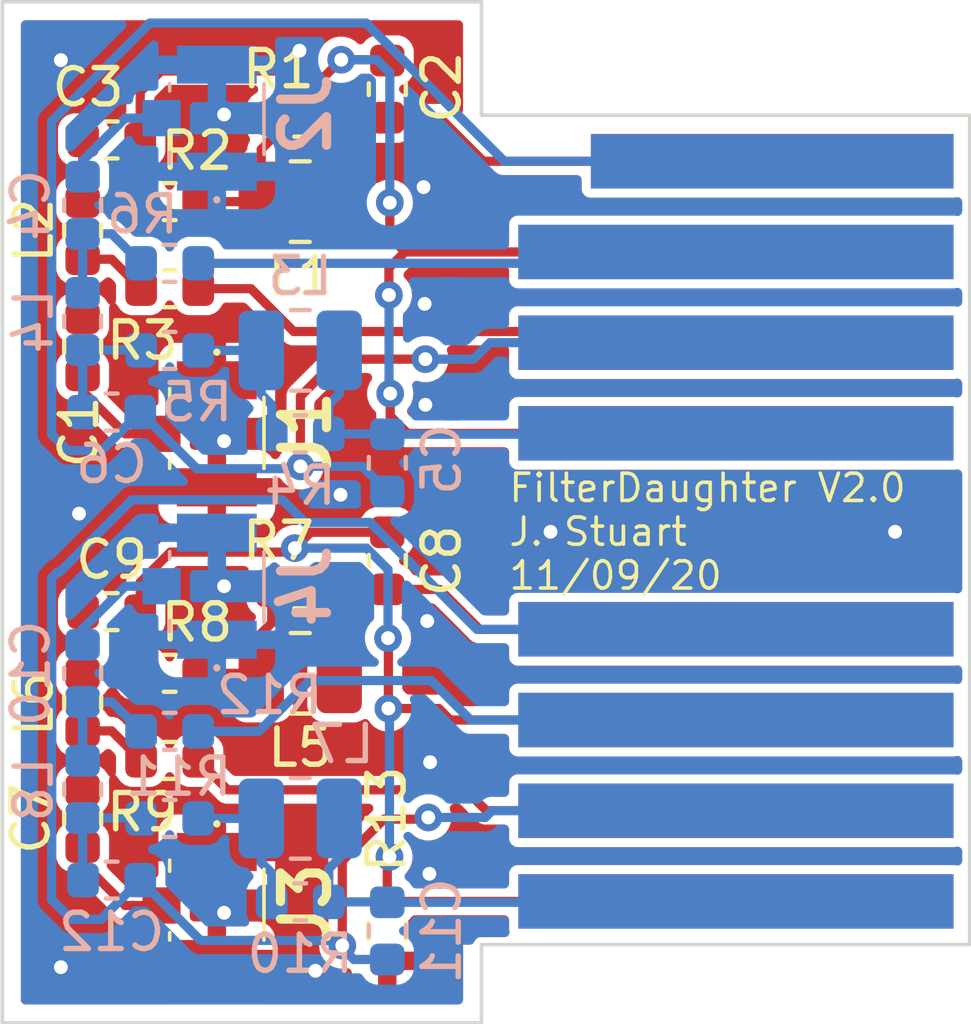
<source format=kicad_pcb>
(kicad_pcb (version 20211014) (generator pcbnew)
  (layers (0 "F.Cu" signal) (1 "In1.Cu" power) (2 "In2.Cu" power) (31 "B.Cu" signal) (34 "B.Paste" user) (35 "F.Paste" user) (36 "B.SilkS" user "B.Silkscreen") (37 "F.SilkS" user "F.Silkscreen") (38 "B.Mask" user) (39 "F.Mask" user) (44 "Edge.Cuts" user))
  (net 0 "")
  (net 1 "Net-(C1-Pad2)")
  (net 2 "Net-(C1-Pad1)")
  (net 3 "GND")
  (net 4 "/Z_IN_1")
  (net 5 "Net-(C3-Pad1)")
  (net 6 "Net-(C4-Pad1)")
  (net 7 "Net-(C4-Pad2)")
  (net 8 "/Z_IN_2")
  (net 9 "Net-(C6-Pad1)")
  (net 10 "Net-(C7-Pad1)")
  (net 11 "Net-(C7-Pad2)")
  (net 12 "/Z_IN_3")
  (net 13 "Net-(C9-Pad1)")
  (net 14 "Net-(C10-Pad1)")
  (net 15 "Net-(C10-Pad2)")
  (net 16 "/Z_IN_4")
  (net 17 "Net-(C12-Pad1)")
  (net 18 "Net-(L1-Pad2)")
  (net 19 "Net-(L3-Pad2)")
  (net 20 "Net-(L5-Pad2)")
  (net 21 "Net-(L7-Pad2)")
  (net 22 "/Z_OUT_1")
  (net 23 "/Z_OUT_2")
  (net 24 "/Z_OUT_3")
  (net 25 "/Z_OUT_4")
  (net 26 "Net-(C2-Pad2)")
  (net 27 "Net-(U1-Pad11)")
  (net 28 "Net-(C8-Pad2)")
  (net 29 "Net-(C11-Pad2)")
  (footprint "Capacitor_SMD:C_0603_1608Metric" (layer "F.Cu") (at 85.6 132.9 90)
    (fp_text reference "C1" (at -2.35 -0.1 90) (layer "F.SilkS"))
    (fp_text value "C")
    (fp_line (start -0.162779 -0.51) (end 0.162779 -0.51) (layer "F.SilkS") (width 0.12))
    (fp_line (start -0.162779 0.51) (end 0.162779 0.51) (layer "F.SilkS") (width 0.12))
    (pad "1" smd roundrect locked (at -0.7875 0 90) (size 0.875 0.95) (layers "F.Cu" "F.Paste" "F.Mask") (net 2 "Net-(C1-Pad1)"))
    (pad "2" smd roundrect locked (at 0.7875 0 90) (size 0.875 0.95) (layers "F.Cu" "F.Paste" "F.Mask") (net 1 "Net-(C1-Pad2)"))
  )
  (footprint "Capacitor_SMD:C_0603_1608Metric" (layer "F.Cu") (at 94 125.8 90)
    (fp_text reference "C2" (at 0.05 1.5 90) (layer "F.SilkS"))
    (fp_text value "C")
    (fp_line (start -0.162779 -0.51) (end 0.162779 -0.51) (layer "F.SilkS") (width 0.12))
    (fp_line (start -0.162779 0.51) (end 0.162779 0.51) (layer "F.SilkS") (width 0.12))
    (pad "1" smd roundrect locked (at -0.7875 0 90) (size 0.875 0.95) (layers "F.Cu" "F.Paste" "F.Mask") (net 4 "/Z_IN_1"))
    (pad "2" smd roundrect locked (at 0.7875 0 90) (size 0.875 0.95) (layers "F.Cu" "F.Paste" "F.Mask") (net 26 "Net-(C2-Pad2)"))
  )
  (footprint "Capacitor_SMD:C_0603_1608Metric" (layer "F.Cu") (at 86.4 127.2)
    (fp_text reference "C3" (at -0.65 -1.45) (layer "F.SilkS"))
    (fp_text value "C")
    (fp_line (start -0.162779 0.51) (end 0.162779 0.51) (layer "F.SilkS") (width 0.12))
    (fp_line (start -0.162779 -0.51) (end 0.162779 -0.51) (layer "F.SilkS") (width 0.12))
    (pad "1" smd roundrect locked (at -0.7875 0) (size 0.875 0.95) (layers "F.Cu" "F.Paste" "F.Mask") (net 5 "Net-(C3-Pad1)"))
    (pad "2" smd roundrect locked (at 0.7875 0) (size 0.875 0.95) (layers "F.Cu" "F.Paste" "F.Mask") (net 26 "Net-(C2-Pad2)"))
  )
  (footprint "Capacitor_SMD:C_0603_1608Metric" (layer "F.Cu") (at 85.6 145.9 90)
    (fp_text reference "C7" (at 0 -1.43 90) (layer "F.SilkS"))
    (fp_text value "C")
    (fp_line (start -0.162779 -0.51) (end 0.162779 -0.51) (layer "F.SilkS") (width 0.12))
    (fp_line (start -0.162779 0.51) (end 0.162779 0.51) (layer "F.SilkS") (width 0.12))
    (pad "1" smd roundrect locked (at -0.7875 0 90) (size 0.875 0.95) (layers "F.Cu" "F.Paste" "F.Mask") (net 10 "Net-(C7-Pad1)"))
    (pad "2" smd roundrect locked (at 0.7875 0 90) (size 0.875 0.95) (layers "F.Cu" "F.Paste" "F.Mask") (net 11 "Net-(C7-Pad2)"))
  )
  (footprint "Capacitor_SMD:C_0603_1608Metric" (layer "F.Cu") (at 94 138.8 90)
    (fp_text reference "C8" (at 0 1.5 90) (layer "F.SilkS"))
    (fp_text value "C")
    (fp_line (start -0.162779 -0.51) (end 0.162779 -0.51) (layer "F.SilkS") (width 0.12))
    (fp_line (start -0.162779 0.51) (end 0.162779 0.51) (layer "F.SilkS") (width 0.12))
    (pad "1" smd roundrect locked (at -0.7875 0 90) (size 0.875 0.95) (layers "F.Cu" "F.Paste" "F.Mask") (net 12 "/Z_IN_3"))
    (pad "2" smd roundrect locked (at 0.7875 0 90) (size 0.875 0.95) (layers "F.Cu" "F.Paste" "F.Mask") (net 28 "Net-(C8-Pad2)"))
  )
  (footprint "Capacitor_SMD:C_0603_1608Metric" (layer "F.Cu") (at 86.4 140.2)
    (fp_text reference "C9" (at 0 -1.43) (layer "F.SilkS"))
    (fp_text value "C")
    (fp_line (start -0.162779 -0.51) (end 0.162779 -0.51) (layer "F.SilkS") (width 0.12))
    (fp_line (start -0.162779 0.51) (end 0.162779 0.51) (layer "F.SilkS") (width 0.12))
    (pad "1" smd roundrect locked (at -0.7875 0) (size 0.875 0.95) (layers "F.Cu" "F.Paste" "F.Mask") (net 13 "Net-(C9-Pad1)"))
    (pad "2" smd roundrect locked (at 0.7875 0) (size 0.875 0.95) (layers "F.Cu" "F.Paste" "F.Mask") (net 28 "Net-(C8-Pad2)"))
  )
  (footprint "ElectrodeFilterAdapters:UFLRSMT10" (layer "F.Cu") (at 89.3 135.3 -90)
    (fp_text reference "J1" (at -0.05 -2.45 90) (layer "F.SilkS") (effects (font (size 1.27 1.27) (thickness 0.254))))
    (fp_text value "U.FL-R-SMT_10_" hide)
    (fp_line (start -1 -1.3) (end 0.952 -1.3) (layer "F.SilkS") (width 0.1))
    (fp_line (start 0.75 1.3) (end 0.952 1.3) (layer "F.SilkS") (width 0.1))
    (fp_line (start -2.2 0) (end -2.2 0) (layer "F.SilkS") (width 0.1))
    (fp_line (start -2.3 0) (end -2.3 0) (layer "F.SilkS") (width 0.1))
    (fp_line (start -0.943 1.3) (end -1.25 1.3) (layer "F.SilkS") (width 0.1))
    (fp_arc (start -2.3 0) (mid -2.25 -0.05) (end -2.2 0) (layer "F.SilkS") (width 0.1))
    (fp_arc (start -2.2 0) (mid -2.25 0.05) (end -2.3 0) (layer "F.SilkS") (width 0.1))
    (pad "1" smd rect locked (at -1.475 0 270) (size 1.05 2.2) (layers "F.Cu" "F.Paste" "F.Mask") (net 3 "GND"))
    (pad "2" smd rect locked (at 1.475 0 270) (size 1.05 2.2) (layers "F.Cu" "F.Paste" "F.Mask") (net 3 "GND"))
    (pad "3" smd rect locked (at 0 1.525 270) (size 1 1.05) (layers "F.Cu" "F.Paste" "F.Mask") (net 2 "Net-(C1-Pad1)"))
  )
  (footprint "ElectrodeFilterAdapters:UFLRSMT10" (layer "F.Cu") (at 89.3 148.3 -90)
    (fp_text reference "J3" (at -0.05 -2.45 90) (layer "F.SilkS") (effects (font (size 1.27 1.27) (thickness 0.254))))
    (fp_text value "U.FL-R-SMT_10_" hide)
    (fp_line (start 0.75 1.3) (end 0.952 1.3) (layer "F.SilkS") (width 0.1))
    (fp_line (start -0.943 1.3) (end -1.25 1.3) (layer "F.SilkS") (width 0.1))
    (fp_line (start -2.3 0) (end -2.3 0) (layer "F.SilkS") (width 0.1))
    (fp_line (start -2.2 0) (end -2.2 0) (layer "F.SilkS") (width 0.1))
    (fp_line (start -1 -1.3) (end 0.952 -1.3) (layer "F.SilkS") (width 0.1))
    (fp_arc (start -2.2 0) (mid -2.25 0.05) (end -2.3 0) (layer "F.SilkS") (width 0.1))
    (fp_arc (start -2.3 0) (mid -2.25 -0.05) (end -2.2 0) (layer "F.SilkS") (width 0.1))
    (pad "1" smd rect locked (at -1.475 0 270) (size 1.05 2.2) (layers "F.Cu" "F.Paste" "F.Mask") (net 3 "GND"))
    (pad "2" smd rect locked (at 1.475 0 270) (size 1.05 2.2) (layers "F.Cu" "F.Paste" "F.Mask") (net 3 "GND"))
    (pad "3" smd rect locked (at 0 1.525 270) (size 1 1.05) (layers "F.Cu" "F.Paste" "F.Mask") (net 10 "Net-(C7-Pad1)"))
  )
  (footprint "Inductor_SMD:L_1008_2520Metric" (layer "F.Cu") (at 91.6 128.9 180)
    (fp_text reference "L1" (at 0 -2.05) (layer "F.SilkS"))
    (fp_text value "L")
    (fp_line (start -0.261252 1.11) (end 0.261252 1.11) (layer "F.SilkS") (width 0.12))
    (fp_line (start -0.261252 -1.11) (end 0.261252 -1.11) (layer "F.SilkS") (width 0.12))
    (pad "1" smd roundrect locked (at -1.075 0 180) (size 1.25 2.2) (layers "F.Cu" "F.Paste" "F.Mask") (roundrect_rratio 0.2) (net 4 "/Z_IN_1"))
    (pad "2" smd roundrect locked (at 1.075 0 180) (size 1.25 2.2) (layers "F.Cu" "F.Paste" "F.Mask") (roundrect_rratio 0.2) (net 18 "Net-(L1-Pad2)"))
  )
  (footprint "Inductor_SMD:L_0603_1608Metric" (layer "F.Cu") (at 85.6 129.7 -90)
    (fp_text reference "L2" (at 0 1.35 90) (layer "F.SilkS"))
    (fp_text value "L")
    (fp_line (start -0.162779 0.51) (end 0.162779 0.51) (layer "F.SilkS") (width 0.12))
    (fp_line (start -0.162779 -0.51) (end 0.162779 -0.51) (layer "F.SilkS") (width 0.12))
    (pad "1" smd roundrect locked (at -0.7875 0 270) (size 0.875 0.95) (layers "F.Cu" "F.Paste" "F.Mask") (net 5 "Net-(C3-Pad1)"))
    (pad "2" smd roundrect locked (at 0.7875 0 270) (size 0.875 0.95) (layers "F.Cu" "F.Paste" "F.Mask") (net 1 "Net-(C1-Pad2)"))
  )
  (footprint "Inductor_SMD:L_1008_2520Metric" (layer "F.Cu") (at 91.6 141.9 180)
    (fp_text reference "L5" (at 0 -2.05) (layer "F.SilkS"))
    (fp_text value "L")
    (fp_line (start -0.261252 1.11) (end 0.261252 1.11) (layer "F.SilkS") (width 0.12))
    (fp_line (start -0.261252 -1.11) (end 0.261252 -1.11) (layer "F.SilkS") (width 0.12))
    (pad "1" smd roundrect locked (at -1.075 0 180) (size 1.25 2.2) (layers "F.Cu" "F.Paste" "F.Mask") (roundrect_rratio 0.2) (net 12 "/Z_IN_3"))
    (pad "2" smd roundrect locked (at 1.075 0 180) (size 1.25 2.2) (layers "F.Cu" "F.Paste" "F.Mask") (roundrect_rratio 0.2) (net 20 "Net-(L5-Pad2)"))
  )
  (footprint "Inductor_SMD:L_0603_1608Metric" (layer "F.Cu") (at 85.6 142.7 -90)
    (fp_text reference "L6" (at 0.05 1.35 90) (layer "F.SilkS"))
    (fp_text value "L")
    (fp_line (start -0.162779 -0.51) (end 0.162779 -0.51) (layer "F.SilkS") (width 0.12))
    (fp_line (start -0.162779 0.51) (end 0.162779 0.51) (layer "F.SilkS") (width 0.12))
    (pad "1" smd roundrect locked (at -0.7875 0 270) (size 0.875 0.95) (layers "F.Cu" "F.Paste" "F.Mask") (net 13 "Net-(C9-Pad1)"))
    (pad "2" smd roundrect locked (at 0.7875 0 270) (size 0.875 0.95) (layers "F.Cu" "F.Paste" "F.Mask") (net 11 "Net-(C7-Pad2)"))
  )
  (footprint "Resistor_SMD:R_0603_1608Metric" (layer "F.Cu") (at 91.6 126.6)
    (fp_text reference "R1" (at -0.6 -1.35) (layer "F.SilkS"))
    (fp_text value "R")
    (fp_line (start -0.162779 -0.51) (end 0.162779 -0.51) (layer "F.SilkS") (width 0.12))
    (fp_line (start -0.162779 0.51) (end 0.162779 0.51) (layer "F.SilkS") (width 0.12))
    (pad "1" smd roundrect locked (at -0.7875 0) (size 0.875 0.95) (layers "F.Cu" "F.Paste" "F.Mask") (net 18 "Net-(L1-Pad2)"))
    (pad "2" smd roundrect locked (at 0.7875 0) (size 0.875 0.95) (layers "F.Cu" "F.Paste" "F.Mask") (net 4 "/Z_IN_1"))
  )
  (footprint "Resistor_SMD:R_0603_1608Metric" (layer "F.Cu") (at 88 128.9)
    (fp_text reference "R2" (at 0.75 -1.4) (layer "F.SilkS"))
    (fp_text value "R")
    (fp_line (start -0.162779 -0.51) (end 0.162779 -0.51) (layer "F.SilkS") (width 0.12))
    (fp_line (start -0.162779 0.51) (end 0.162779 0.51) (layer "F.SilkS") (width 0.12))
    (pad "1" smd roundrect locked (at -0.7875 0) (size 0.875 0.95) (layers "F.Cu" "F.Paste" "F.Mask") (net 5 "Net-(C3-Pad1)"))
    (pad "2" smd roundrect locked (at 0.7875 0) (size 0.875 0.95) (layers "F.Cu" "F.Paste" "F.Mask") (net 18 "Net-(L1-Pad2)"))
  )
  (footprint "Resistor_SMD:R_0603_1608Metric" (layer "F.Cu") (at 88 131.3 180)
    (fp_text reference "R3" (at 0.75 -1.43) (layer "F.SilkS"))
    (fp_text value "R")
    (fp_line (start -0.162779 0.51) (end 0.162779 0.51) (layer "F.SilkS") (width 0.12))
    (fp_line (start -0.162779 -0.51) (end 0.162779 -0.51) (layer "F.SilkS") (width 0.12))
    (pad "1" smd roundrect locked (at -0.7875 0 180) (size 0.875 0.95) (layers "F.Cu" "F.Paste" "F.Mask") (net 22 "/Z_OUT_1"))
    (pad "2" smd roundrect locked (at 0.7875 0 180) (size 0.875 0.95) (layers "F.Cu" "F.Paste" "F.Mask") (net 1 "Net-(C1-Pad2)"))
  )
  (footprint "Resistor_SMD:R_0603_1608Metric" (layer "F.Cu") (at 91.6 139.6)
    (fp_text reference "R7" (at -0.6 -1.35) (layer "F.SilkS"))
    (fp_text value "R")
    (fp_line (start -0.162779 0.51) (end 0.162779 0.51) (layer "F.SilkS") (width 0.12))
    (fp_line (start -0.162779 -0.51) (end 0.162779 -0.51) (layer "F.SilkS") (width 0.12))
    (pad "1" smd roundrect locked (at -0.7875 0) (size 0.875 0.95) (layers "F.Cu" "F.Paste" "F.Mask") (net 20 "Net-(L5-Pad2)"))
    (pad "2" smd roundrect locked (at 0.7875 0) (size 0.875 0.95) (layers "F.Cu" "F.Paste" "F.Mask") (net 12 "/Z_IN_3"))
  )
  (footprint "Resistor_SMD:R_0603_1608Metric" (layer "F.Cu") (at 88 141.9)
    (fp_text reference "R8" (at 0.75 -1.4) (layer "F.SilkS"))
    (fp_text value "R")
    (fp_line (start -0.162779 0.51) (end 0.162779 0.51) (layer "F.SilkS") (width 0.12))
    (fp_line (start -0.162779 -0.51) (end 0.162779 -0.51) (layer "F.SilkS") (width 0.12))
    (pad "1" smd roundrect locked (at -0.7875 0) (size 0.875 0.95) (layers "F.Cu" "F.Paste" "F.Mask") (net 13 "Net-(C9-Pad1)"))
    (pad "2" smd roundrect locked (at 0.7875 0) (size 0.875 0.95) (layers "F.Cu" "F.Paste" "F.Mask") (net 20 "Net-(L5-Pad2)"))
  )
  (footprint "Resistor_SMD:R_0603_1608Metric" (layer "F.Cu") (at 88 144.3 180)
    (fp_text reference "R9" (at 0.75 -1.43) (layer "F.SilkS"))
    (fp_text value "R")
    (fp_line (start -0.162779 -0.51) (end 0.162779 -0.51) (layer "F.SilkS") (width 0.12))
    (fp_line (start -0.162779 0.51) (end 0.162779 0.51) (layer "F.SilkS") (width 0.12))
    (pad "1" smd roundrect locked (at -0.7875 0 180) (size 0.875 0.95) (layers "F.Cu" "F.Paste" "F.Mask") (net 24 "/Z_OUT_3"))
    (pad "2" smd roundrect locked (at 0.7875 0 180) (size 0.875 0.95) (layers "F.Cu" "F.Paste" "F.Mask") (net 11 "Net-(C7-Pad2)"))
  )
  (footprint "ElectrodeFilterAdapters:CardEdge" (layer "F.Cu") (at 97.6122 127.7874)
    (fp_text reference "U1" hide)
    (fp_text value "CardEdge")
    (pad "1" smd rect locked (at 7 0) (size 10 1.5) (layers "F.Cu" "F.Paste" "F.Mask" "Eco1.User") (net 4 "/Z_IN_1"))
    (pad "2" smd rect locked (at 6 2.5) (size 11.999999 1.5) (layers "F.Cu" "F.Paste" "F.Mask" "Eco1.User") (net 26 "Net-(C2-Pad2)"))
    (pad "3" smd rect locked (at 6 5) (size 11.999999 1.5) (layers "F.Cu" "F.Paste" "F.Mask" "Eco1.User") (net 22 "/Z_OUT_1"))
    (pad "4" smd rect locked (at 6 7.5) (size 11.999999 1.5) (layers "F.Cu" "F.Paste" "F.Mask" "Eco1.User") (net 26 "Net-(C2-Pad2)"))
    (pad "5" smd rect locked (at 6 12.9) (size 11.999999 1.5) (layers "F.Cu" "F.Paste" "F.Mask" "Eco1.User") (net 12 "/Z_IN_3"))
    (pad "6" smd rect locked (at 6 15.4) (size 11.999999 1.5) (layers "F.Cu" "F.Paste" "F.Mask" "Eco1.User") (net 28 "Net-(C8-Pad2)"))
    (pad "7" smd rect locked (at 6 17.9) (size 11.999999 1.5) (layers "F.Cu" "F.Paste" "F.Mask" "Eco1.User") (net 24 "/Z_OUT_3"))
    (pad "8" smd rect locked (at 6 20.4) (size 11.999999 1.5) (layers "F.Cu" "F.Paste" "F.Mask" "Eco1.User") (net 28 "Net-(C8-Pad2)"))
    (pad "9" smd rect locked (at 7 0) (size 10 1.5) (layers "B.Cu" "B.Paste" "B.Mask" "Eco2.User") (net 27 "Net-(U1-Pad11)"))
    (pad "10" smd rect locked (at 6 2.5) (size 11.999999 1.5) (layers "B.Cu" "B.Paste" "B.Mask" "Eco2.User") (net 23 "/Z_OUT_2"))
    (pad "11" smd rect locked (at 6 5) (size 11.999999 1.5) (layers "B.Cu" "B.Paste" "B.Mask" "Eco2.User") (net 27 "Net-(U1-Pad11)"))
    (pad "12" smd rect locked (at 6 7.5) (size 11.999999 1.5) (layers "B.Cu" "B.Paste" "B.Mask" "Eco2.User") (net 8 "/Z_IN_2"))
    (pad "13" smd rect locked (at 6 12.9) (size 11.999999 1.5) (layers "B.Cu" "B.Paste" "B.Mask" "Eco2.User") (net 29 "Net-(C11-Pad2)"))
    (pad "14" smd rect locked (at 6 15.4) (size 11.999999 1.5) (layers "B.Cu" "B.Paste" "B.Mask" "Eco2.User") (net 25 "/Z_OUT_4"))
    (pad "15" smd rect locked (at 6 17.9) (size 11.999999 1.5) (layers "B.Cu" "B.Paste" "B.Mask" "Eco2.User") (net 29 "Net-(C11-Pad2)"))
    (pad "16" smd rect locked (at 6 20.4) (size 11.999999 1.5) (layers "B.Cu" "B.Paste" "B.Mask" "Eco2.User") (net 16 "/Z_IN_4"))
  )
  (footprint "Resistor_SMD:R_0603_1608Metric" (layer "F.Cu") (at 94 149 90)
    (fp_text reference "R13" (at 3.077 -0.02 90) (layer "F.SilkS"))
    (fp_text value "R")
    (fp_line (start -0.237258 0.5225) (end 0.237258 0.5225) (layer "F.SilkS") (width 0.12))
    (fp_line (start -0.237258 -0.5225) (end 0.237258 -0.5225) (layer "F.SilkS") (width 0.12))
    (pad "1" smd roundrect (at -0.825 0 90) (size 0.8 0.95) (layers "F.Cu" "F.Paste" "F.Mask") (net 3 "GND"))
    (pad "2" smd roundrect (at 0.825 0 90) (size 0.8 0.95) (layers "F.Cu" "F.Paste" "F.Mask") (net 28 "Net-(C8-Pad2)"))
  )
  (footprint "Capacitor_SMD:C_0603_1608Metric" (layer "B.Cu") (at 85.6 129 -90)
    (fp_text reference "C4" (at 0 1.43 90) (layer "B.SilkS") (effects (justify mirror)))
    (fp_text value "C")
    (fp_line (start -0.162779 -0.51) (end 0.162779 -0.51) (layer "B.SilkS") (width 0.12))
    (fp_line (start -0.162779 0.51) (end 0.162779 0.51) (layer "B.SilkS") (width 0.12))
    (pad "1" smd roundrect locked (at -0.7875 0 270) (size 0.875 0.95) (layers "B.Cu" "B.Paste" "B.Mask") (net 6 "Net-(C4-Pad1)"))
    (pad "2" smd roundrect locked (at 0.7875 0 270) (size 0.875 0.95) (layers "B.Cu" "B.Paste" "B.Mask") (net 7 "Net-(C4-Pad2)"))
  )
  (footprint "Capacitor_SMD:C_0603_1608Metric" (layer "B.Cu") (at 94 136.1 -90)
    (fp_text reference "C5" (at -0.1 -1.5 90) (layer "B.SilkS") (effects (justify mirror)))
    (fp_text value "C")
    (fp_line (start -0.162779 0.51) (end 0.162779 0.51) (layer "B.SilkS") (width 0.12))
    (fp_line (start -0.162779 -0.51) (end 0.162779 -0.51) (layer "B.SilkS") (width 0.12))
    (pad "1" smd roundrect locked (at -0.7875 0 270) (size 0.875 0.95) (layers "B.Cu" "B.Paste" "B.Mask") (net 8 "/Z_IN_2"))
    (pad "2" smd roundrect locked (at 0.7875 0 270) (size 0.875 0.95) (layers "B.Cu" "B.Paste" "B.Mask") (net 27 "Net-(U1-Pad11)"))
  )
  (footprint "Capacitor_SMD:C_0603_1608Metric" (layer "B.Cu") (at 86.4 134.7)
    (fp_text reference "C6" (at 0 1.43) (layer "B.SilkS") (effects (justify mirror)))
    (fp_text value "C")
    (fp_line (start -0.162779 0.51) (end 0.162779 0.51) (layer "B.SilkS") (width 0.12))
    (fp_line (start -0.162779 -0.51) (end 0.162779 -0.51) (layer "B.SilkS") (width 0.12))
    (pad "1" smd roundrect locked (at -0.7875 0) (size 0.875 0.95) (layers "B.Cu" "B.Paste" "B.Mask") (net 9 "Net-(C6-Pad1)"))
    (pad "2" smd roundrect locked (at 0.7875 0) (size 0.875 0.95) (layers "B.Cu" "B.Paste" "B.Mask") (net 27 "Net-(U1-Pad11)"))
  )
  (footprint "Capacitor_SMD:C_0603_1608Metric" (layer "B.Cu") (at 85.6 141.9 -90)
    (fp_text reference "C10" (at 0 1.43 90) (layer "B.SilkS") (effects (justify mirror)))
    (fp_text value "C")
    (fp_line (start -0.162779 0.51) (end 0.162779 0.51) (layer "B.SilkS") (width 0.12))
    (fp_line (start -0.162779 -0.51) (end 0.162779 -0.51) (layer "B.SilkS") (width 0.12))
    (pad "1" smd roundrect locked (at -0.7875 0 270) (size 0.875 0.95) (layers "B.Cu" "B.Paste" "B.Mask") (net 14 "Net-(C10-Pad1)"))
    (pad "2" smd roundrect locked (at 0.7875 0 270) (size 0.875 0.95) (layers "B.Cu" "B.Paste" "B.Mask") (net 15 "Net-(C10-Pad2)"))
  )
  (footprint "Capacitor_SMD:C_0603_1608Metric" (layer "B.Cu") (at 94 149 -90)
    (fp_text reference "C11" (at 0 -1.5 90) (layer "B.SilkS") (effects (justify mirror)))
    (fp_text value "C")
    (fp_line (start -0.162779 0.51) (end 0.162779 0.51) (layer "B.SilkS") (width 0.12))
    (fp_line (start -0.162779 -0.51) (end 0.162779 -0.51) (layer "B.SilkS") (width 0.12))
    (pad "1" smd roundrect locked (at -0.7875 0 270) (size 0.875 0.95) (layers "B.Cu" "B.Paste" "B.Mask") (net 16 "/Z_IN_4"))
    (pad "2" smd roundrect locked (at 0.7875 0 270) (size 0.875 0.95) (layers "B.Cu" "B.Paste" "B.Mask") (net 29 "Net-(C11-Pad2)"))
  )
  (footprint "Capacitor_SMD:C_0603_1608Metric" (layer "B.Cu") (at 86.4 147.6)
    (fp_text reference "C12" (at 0 1.43) (layer "B.SilkS") (effects (justify mirror)))
    (fp_text value "C")
    (fp_line (start -0.162779 -0.51) (end 0.162779 -0.51) (layer "B.SilkS") (width 0.12))
    (fp_line (start -0.162779 0.51) (end 0.162779 0.51) (layer "B.SilkS") (width 0.12))
    (pad "1" smd roundrect locked (at -0.7875 0) (size 0.875 0.95) (layers "B.Cu" "B.Paste" "B.Mask") (net 17 "Net-(C12-Pad1)"))
    (pad "2" smd roundrect locked (at 0.7875 0) (size 0.875 0.95) (layers "B.Cu" "B.Paste" "B.Mask") (net 29 "Net-(C11-Pad2)"))
  )
  (footprint "ElectrodeFilterAdapters:UFLRSMT10" (layer "B.Cu") (at 89.3 126.6 90)
    (fp_text reference "J2" (at 0.1 2.45 90) (layer "B.SilkS") (effects (font (size 1.27 1.27) (thickness 0.254)) (justify mirror)))
    (fp_text value "U.FL-R-SMT_10_" hide)
    (fp_line (start -2.2 0) (end -2.2 0) (layer "B.SilkS") (width 0.1))
    (fp_line (start -1 1.3) (end 0.952 1.3) (layer "B.SilkS") (width 0.1))
    (fp_line (start -2.3 0) (end -2.3 0) (layer "B.SilkS") (width 0.1))
    (fp_line (start -0.943 -1.3) (end -1.25 -1.3) (layer "B.SilkS") (width 0.1))
    (fp_line (start 0.75 -1.3) (end 0.952 -1.3) (layer "B.SilkS") (width 0.1))
    (fp_arc (start -2.2 0) (mid -2.25 0.05) (end -2.3 0) (layer "B.SilkS") (width 0.1))
    (fp_arc (start -2.3 0) (mid -2.25 -0.05) (end -2.2 0) (layer "B.SilkS") (width 0.1))
    (pad "1" smd rect locked (at -1.475 0 90) (size 1.05 2.2) (layers "B.Cu" "B.Paste" "B.Mask") (net 3 "GND"))
    (pad "2" smd rect locked (at 1.475 0 90) (size 1.05 2.2) (layers "B.Cu" "B.Paste" "B.Mask") (net 3 "GND"))
    (pad "3" smd rect locked (at 0 -1.525 90) (size 1 1.05) (layers "B.Cu" "B.Paste" "B.Mask") (net 6 "Net-(C4-Pad1)"))
  )
  (footprint "ElectrodeFilterAdapters:UFLRSMT10" (layer "B.Cu") (at 89.3 139.5 90)
    (fp_text reference "J4" (at 0 2.45 90) (layer "B.SilkS") (effects (font (size 1.27 1.27) (thickness 0.254)) (justify mirror)))
    (fp_text value "U.FL-R-SMT_10_" hide)
    (fp_line (start 0.75 -1.3) (end 0.952 -1.3) (layer "B.SilkS") (width 0.1))
    (fp_line (start -1 1.3) (end 0.952 1.3) (layer "B.SilkS") (width 0.1))
    (fp_line (start -2.2 0) (end -2.2 0) (layer "B.SilkS") (width 0.1))
    (fp_line (start -2.3 0) (end -2.3 0) (layer "B.SilkS") (width 0.1))
    (fp_line (start -0.943 -1.3) (end -1.25 -1.3) (layer "B.SilkS") (width 0.1))
    (fp_arc (start -2.3 0) (mid -2.25 -0.05) (end -2.2 0) (layer "B.SilkS") (width 0.1))
    (fp_arc (start -2.2 0) (mid -2.25 0.05) (end -2.3 0) (layer "B.SilkS") (width 0.1))
    (pad "1" smd rect locked (at -1.475 0 90) (size 1.05 2.2) (layers "B.Cu" "B.Paste" "B.Mask") (net 3 "GND"))
    (pad "2" smd rect locked (at 1.475 0 90) (size 1.05 2.2) (layers "B.Cu" "B.Paste" "B.Mask") (net 3 "GND"))
    (pad "3" smd rect locked (at 0 -1.525 90) (size 1 1.05) (layers "B.Cu" "B.Paste" "B.Mask") (net 14 "Net-(C10-Pad1)"))
  )
  (footprint "Inductor_SMD:L_1008_2520Metric" (layer "B.Cu") (at 91.6 133 180)
    (fp_text reference "L3" (at 0 2.05) (layer "B.SilkS") (effects (justify mirror)))
    (fp_text value "L")
    (fp_line (start -0.261252 1.11) (end 0.261252 1.11) (layer "B.SilkS") (width 0.12))
    (fp_line (start -0.261252 -1.11) (end 0.261252 -1.11) (layer "B.SilkS") (width 0.12))
    (pad "1" smd roundrect locked (at -1.075 0 180) (size 1.25 2.2) (layers "B.Cu" "B.Paste" "B.Mask") (roundrect_rratio 0.2) (net 8 "/Z_IN_2"))
    (pad "2" smd roundrect locked (at 1.075 0 180) (size 1.25 2.2) (layers "B.Cu" "B.Paste" "B.Mask") (roundrect_rratio 0.2) (net 19 "Net-(L3-Pad2)"))
  )
  (footprint "Inductor_SMD:L_0603_1608Metric" (layer "B.Cu") (at 85.6 132.2 90)
    (fp_text reference "L4" (at 0 -1.35 90) (layer "B.SilkS") (effects (justify mirror)))
    (fp_text value "L")
    (fp_line (start -0.162779 -0.51) (end 0.162779 -0.51) (layer "B.SilkS") (width 0.12))
    (fp_line (start -0.162779 0.51) (end 0.162779 0.51) (layer "B.SilkS") (width 0.12))
    (pad "1" smd roundrect locked (at -0.7875 0 90) (size 0.875 0.95) (layers "B.Cu" "B.Paste" "B.Mask") (net 9 "Net-(C6-Pad1)"))
    (pad "2" smd roundrect locked (at 0.7875 0 90) (size 0.875 0.95) (layers "B.Cu" "B.Paste" "B.Mask") (net 7 "Net-(C4-Pad2)"))
  )
  (footprint "Inductor_SMD:L_1008_2520Metric" (layer "B.Cu") (at 91.6 145.9 180)
    (fp_text reference "L7" (at -1.15 2.05) (layer "B.SilkS") (effects (justify mirror)))
    (fp_text value "L")
    (fp_line (start -0.261252 1.11) (end 0.261252 1.11) (layer "B.SilkS") (width 0.12))
    (fp_line (start -0.261252 -1.11) (end 0.261252 -1.11) (layer "B.SilkS") (width 0.12))
    (pad "1" smd roundrect locked (at -1.075 0 180) (size 1.25 2.2) (layers "B.Cu" "B.Paste" "B.Mask") (roundrect_rratio 0.2) (net 16 "/Z_IN_4"))
    (pad "2" smd roundrect locked (at 1.075 0 180) (size 1.25 2.2) (layers "B.Cu" "B.Paste" "B.Mask") (roundrect_rratio 0.2) (net 21 "Net-(L7-Pad2)"))
  )
  (footprint "Inductor_SMD:L_0603_1608Metric" (layer "B.Cu") (at 85.6 145.1 90)
    (fp_text reference "L8" (at 0 -1.35 90) (layer "B.SilkS") (effects (justify mirror)))
    (fp_text value "L")
    (fp_line (start -0.162779 0.51) (end 0.162779 0.51) (layer "B.SilkS") (width 0.12))
    (fp_line (start -0.162779 -0.51) (end 0.162779 -0.51) (layer "B.SilkS") (width 0.12))
    (pad "1" smd roundrect locked (at -0.7875 0 90) (size 0.875 0.95) (layers "B.Cu" "B.Paste" "B.Mask") (net 17 "Net-(C12-Pad1)"))
    (pad "2" smd roundrect locked (at 0.7875 0 90) (size 0.875 0.95) (layers "B.Cu" "B.Paste" "B.Mask") (net 15 "Net-(C10-Pad2)"))
  )
  (footprint "Resistor_SMD:R_0603_1608Metric" (layer "B.Cu") (at 91.6 135.3)
    (fp_text reference "R4" (at 0 1.43) (layer "B.SilkS") (effects (justify mirror)))
    (fp_text value "R")
    (fp_line (start -0.162779 0.51) (end 0.162779 0.51) (layer "B.SilkS") (width 0.12))
    (fp_line (start -0.162779 -0.51) (end 0.162779 -0.51) (layer "B.SilkS") (width 0.12))
    (pad "1" smd roundrect locked (at -0.7875 0) (size 0.875 0.95) (layers "B.Cu" "B.Paste" "B.Mask") (net 19 "Net-(L3-Pad2)"))
    (pad "2" smd roundrect locked (at 0.7875 0) (size 0.875 0.95) (layers "B.Cu" "B.Paste" "B.Mask") (net 8 "/Z_IN_2"))
  )
  (footprint "Resistor_SMD:R_0603_1608Metric" (layer "B.Cu") (at 88 133)
    (fp_text reference "R5" (at 0.75 1.43) (layer "B.SilkS") (effects (justify mirror)))
    (fp_text value "R")
    (fp_line (start -0.162779 0.51) (end 0.162779 0.51) (layer "B.SilkS") (width 0.12))
    (fp_line (start -0.162779 -0.51) (end 0.162779 -0.51) (layer "B.SilkS") (width 0.12))
    (pad "1" smd roundrect locked (at -0.7875 0) (size 0.875 0.95) (layers "B.Cu" "B.Paste" "B.Mask") (net 9 "Net-(C6-Pad1)"))
    (pad "2" smd roundrect locked (at 0.7875 0) (size 0.875 0.95) (layers "B.Cu" "B.Paste" "B.Mask") (net 19 "Net-(L3-Pad2)"))
  )
  (footprint "Resistor_SMD:R_0603_1608Metric" (layer "B.Cu") (at 88 130.6 180)
    (fp_text reference "R6" (at 0.75 1.35) (layer "B.SilkS") (effects (justify mirror)))
    (fp_text value "R")
    (fp_line (start -0.162779 0.51) (end 0.162779 0.51) (layer "B.SilkS") (width 0.12))
    (fp_line (start -0.162779 -0.51) (end 0.162779 -0.51) (layer "B.SilkS") (width 0.12))
    (pad "1" smd roundrect locked (at -0.7875 0 180) (size 0.875 0.95) (layers "B.Cu" "B.Paste" "B.Mask") (net 23 "/Z_OUT_2"))
    (pad "2" smd roundrect locked (at 0.7875 0 180) (size 0.875 0.95) (layers "B.Cu" "B.Paste" "B.Mask") (net 7 "Net-(C4-Pad2)"))
  )
  (footprint "Resistor_SMD:R_0603_1608Metric" (layer "B.Cu") (at 91.6 148.2)
    (fp_text reference "R10" (at 0 1.43) (layer "B.SilkS") (effects (justify mirror)))
    (fp_text value "R")
    (fp_line (start -0.162779 -0.51) (end 0.162779 -0.51) (layer "B.SilkS") (width 0.12))
    (fp_line (start -0.162779 0.51) (end 0.162779 0.51) (layer "B.SilkS") (width 0.12))
    (pad "1" smd roundrect locked (at -0.7875 0) (size 0.875 0.95) (layers "B.Cu" "B.Paste" "B.Mask") (net 21 "Net-(L7-Pad2)"))
    (pad "2" smd roundrect locked (at 0.7875 0) (size 0.875 0.95) (layers "B.Cu" "B.Paste" "B.Mask") (net 16 "/Z_IN_4"))
  )
  (footprint "Resistor_SMD:R_0603_1608Metric" (layer "B.Cu") (at 88 145.9)
    (fp_text reference "R11" (at 0.25 -1.15) (layer "B.SilkS") (effects (justify mirror)))
    (fp_text value "R")
    (fp_line (start -0.162779 -0.51) (end 0.162779 -0.51) (layer "B.SilkS") (width 0.12))
    (fp_line (start -0.162779 0.51) (end 0.162779 0.51) (layer "B.SilkS") (width 0.12))
    (pad "1" smd roundrect locked (at -0.7875 0) (size 0.875 0.95) (layers "B.Cu" "B.Paste" "B.Mask") (net 17 "Net-(C12-Pad1)"))
    (pad "2" smd roundrect locked (at 0.7875 0) (size 0.875 0.95) (layers "B.Cu" "B.Paste" "B.Mask") (net 21 "Net-(L7-Pad2)"))
  )
  (footprint "Resistor_SMD:R_0603_1608Metric" (layer "B.Cu") (at 88 143.5 180)
    (fp_text reference "R12" (at -2.75 1) (layer "B.SilkS") (effects (justify mirror)))
    (fp_text value "R")
    (fp_line (start -0.162779 -0.51) (end 0.162779 -0.51) (layer "B.SilkS") (width 0.12))
    (fp_line (start -0.162779 0.51) (end 0.162779 0.51) (layer "B.SilkS") (width 0.12))
    (pad "1" smd roundrect locked (at -0.7875 0 180) (size 0.875 0.95) (layers "B.Cu" "B.Paste" "B.Mask") (net 25 "/Z_OUT_4"))
    (pad "2" smd roundrect locked (at 0.7875 0 180) (size 0.875 0.95) (layers "B.Cu" "B.Paste" "B.Mask") (net 15 "Net-(C10-Pad2)"))
  )
  (gr_line (start 96.5962 126.5174) (end 110.0582 126.5174) (layer "Edge.Cuts") (width 0.1))
  (gr_line (start 96.5962 149.3774) (end 96.5962 151.5364) (layer "Edge.Cuts") (width 0.1))
  (gr_line (start 110.0582 149.3774) (end 96.5962 149.3774) (layer "Edge.Cuts") (width 0.1))
  (gr_line (start 83.3882 151.5364) (end 83.3882 123.3932) (layer "Edge.Cuts") (width 0.1))
  (gr_line (start 83.3882 123.3932) (end 96.5962 123.3932) (layer "Edge.Cuts") (width 0.1))
  (gr_line (start 96.5962 151.5364) (end 83.3882 151.5364) (layer "Edge.Cuts") (width 0.1))
  (gr_line (start 110.0582 126.5174) (end 110.0582 149.3774) (layer "Edge.Cuts") (width 0.1))
  (gr_line (start 96.5962 123.3932) (end 96.5962 126.5174) (layer "Edge.Cuts") (width 0.1))
  (gr_text "FilterDaughter V2.0\nJ. Stuart\n11/09/20" (at 97.3 138) (layer "F.SilkS") (effects (font (size 0.75 0.75) (thickness 0.1)) (justify left)))
  (segment (start 85.6 130.4875) (end 85.6 132.1125) (width 0.254) (layer "F.Cu") (net 1))
  (segment (start 86.4 130.4875) (end 87.2125 131.3) (width 0.254) (layer "F.Cu") (net 1))
  (segment (start 85.6 130.4875) (end 86.4 130.4875) (width 0.254) (layer "F.Cu") (net 1))
  (segment (start 86.775 135.3) (end 86.996 135.3) (width 0.254) (layer "F.Cu") (net 2))
  (segment (start 86.996 135.3) (end 87.775 135.3) (width 0.254) (layer "F.Cu") (net 2))
  (segment (start 85.6 133.6875) (end 85.6 134.125) (width 0.254) (layer "F.Cu") (net 2))
  (segment (start 85.6 134.125) (end 86.775 135.3) (width 0.254) (layer "F.Cu") (net 2))
  (via (at 85 125) (size 0.762) (drill 0.381) (layers "F.Cu" "B.Cu") (net 3))
  (via (at 85 150) (size 0.762) (drill 0.381) (layers "F.Cu" "B.Cu") (net 3))
  (via (at 95.18 144.35) (size 0.762) (drill 0.381) (layers "F.Cu" "B.Cu") (net 3))
  (via (at 89.5 135.5) (size 0.762) (drill 0.381) (layers "F.Cu" "B.Cu") (net 3))
  (via (at 95.03 131.7185) (size 0.762) (drill 0.381) (layers "F.Cu" "B.Cu") (net 3))
  (via (at 95.1 140.46) (size 0.762) (drill 0.381) (layers "F.Cu" "B.Cu") (net 3))
  (via (at 92.71 136.98) (size 0.762) (drill 0.381) (layers "F.Cu" "B.Cu") (net 3))
  (via (at 95.16 147.4259) (size 0.762) (drill 0.381) (layers "F.Cu" "B.Cu") (net 3))
  (via (at 92.02 150.1) (size 0.762) (drill 0.381) (layers "F.Cu" "B.Cu") (net 3))
  (via (at 89.5 148.5) (size 0.762) (drill 0.381) (layers "F.Cu" "B.Cu") (net 3))
  (via (at 85.5 137.5) (size 0.762) (drill 0.381) (layers "F.Cu" "B.Cu") (net 3))
  (via (at 95 128.5) (size 0.762) (drill 0.381) (layers "F.Cu" "B.Cu") (net 3))
  (via (at 91.58 124.74) (size 0.762) (drill 0.381) (layers "F.Cu" "B.Cu") (net 3))
  (via (at 98.5 138) (size 0.762) (drill 0.381) (layers "F.Cu" "B.Cu") (net 3))
  (via (at 89.5 126.5) (size 0.762) (drill 0.381) (layers "F.Cu" "B.Cu") (net 3))
  (via (at 108 138) (size 0.762) (drill 0.381) (layers "F.Cu" "B.Cu") (net 3))
  (via (at 89.5 139.5) (size 0.762) (drill 0.381) (layers "F.Cu" "B.Cu") (net 3))
  (via (at 95.05 134.5) (size 0.762) (drill 0.381) (layers "F.Cu" "B.Cu") (net 3))
  (segment (start 92.675 127.473) (end 92.675 128.9) (width 0.254) (layer "F.Cu") (net 4))
  (segment (start 95.4471 126.5875) (end 94 126.5875) (width 0.254) (layer "F.Cu") (net 4))
  (segment (start 94 126.5875) (end 92.4 126.5875) (width 0.254) (layer "F.Cu") (net 4))
  (segment (start 92.3875 126.6) (end 92.3875 127.1855) (width 0.254) (layer "F.Cu") (net 4))
  (segment (start 92.3875 127.1855) (end 92.675 127.473) (width 0.254) (layer "F.Cu") (net 4))
  (segment (start 92.4 126.5875) (end 92.3875 126.6) (width 0.254) (layer "F.Cu") (net 4))
  (segment (start 96.647 127.7874) (end 95.4471 126.5875) (width 0.254) (layer "F.Cu") (net 4))
  (segment (start 104.6122 127.7874) (end 96.647 127.7874) (width 0.254) (layer "F.Cu") (net 4))
  (segment (start 87.2125 128.9) (end 85.6125 128.9) (width 0.254) (layer "F.Cu") (net 5))
  (segment (start 85.6125 128.9) (end 85.6 128.9125) (width 0.254) (layer "F.Cu") (net 5))
  (segment (start 85.6 127.2125) (end 85.6125 127.2) (width 0.254) (layer "F.Cu") (net 5))
  (segment (start 85.6 128.9125) (end 85.6 127.2125) (width 0.254) (layer "F.Cu") (net 5))
  (segment (start 86.996 126.6) (end 87.775 126.6) (width 0.254) (layer "B.Cu") (net 6))
  (segment (start 86.775 126.6) (end 86.996 126.6) (width 0.254) (layer "B.Cu") (net 6))
  (segment (start 85.6 128.2125) (end 85.6 127.775) (width 0.254) (layer "B.Cu") (net 6))
  (segment (start 85.6 127.775) (end 86.775 126.6) (width 0.254) (layer "B.Cu") (net 6))
  (segment (start 85.6 129.7875) (end 85.6 131.4125) (width 0.254) (layer "B.Cu") (net 7))
  (segment (start 85.6 129.7875) (end 86.4 129.7875) (width 0.254) (layer "B.Cu") (net 7))
  (segment (start 86.4 129.7875) (end 87.2125 130.6) (width 0.254) (layer "B.Cu") (net 7))
  (segment (start 92.675 134.1978) (end 92.3875 134.4853) (width 0.254) (layer "B.Cu") (net 8))
  (segment (start 103.5871 135.3125) (end 103.6122 135.2874) (width 0.254) (layer "B.Cu") (net 8))
  (segment (start 92.3875 135.3) (end 93.9875 135.3) (width 0.254) (layer "B.Cu") (net 8))
  (segment (start 92.3875 134.4853) (end 92.3875 135.3) (width 0.254) (layer "B.Cu") (net 8))
  (segment (start 93.9875 135.3) (end 94 135.3125) (width 0.254) (layer "B.Cu") (net 8))
  (segment (start 92.675 133) (end 92.675 134.1978) (width 0.254) (layer "B.Cu") (net 8))
  (segment (start 94 135.3125) (end 103.5871 135.3125) (width 0.254) (layer "B.Cu") (net 8))
  (segment (start 87.2 132.9875) (end 87.2125 133) (width 0.254) (layer "B.Cu") (net 9))
  (segment (start 85.6 134.6875) (end 85.6125 134.7) (width 0.254) (layer "B.Cu") (net 9))
  (segment (start 85.6 132.9875) (end 87.2 132.9875) (width 0.254) (layer "B.Cu") (net 9))
  (segment (start 85.6 132.9875) (end 85.6 134.6875) (width 0.254) (layer "B.Cu") (net 9))
  (segment (start 85.6 147.125) (end 86.775 148.3) (width 0.254) (layer "F.Cu") (net 10))
  (segment (start 86.775 148.3) (end 86.996 148.3) (width 0.254) (layer "F.Cu") (net 10))
  (segment (start 86.996 148.3) (end 87.775 148.3) (width 0.254) (layer "F.Cu") (net 10))
  (segment (start 85.6 146.6875) (end 85.6 147.125) (width 0.254) (layer "F.Cu") (net 10))
  (segment (start 85.6 143.4875) (end 86.4 143.4875) (width 0.254) (layer "F.Cu") (net 11))
  (segment (start 86.4 143.4875) (end 87.2125 144.3) (width 0.254) (layer "F.Cu") (net 11))
  (segment (start 85.6 143.4875) (end 85.6 145.1125) (width 0.254) (layer "F.Cu") (net 11))
  (segment (start 96.5422 140.6874) (end 95.4423 139.5875) (width 0.254) (layer "F.Cu") (net 12))
  (segment (start 103.6122 140.6874) (end 96.5422 140.6874) (width 0.254) (layer "F.Cu") (net 12))
  (segment (start 92.3875 140.3935) (end 92.3875 139.6) (width 0.254) (layer "F.Cu") (net 12))
  (segment (start 93.9875 139.6) (end 94 139.5875) (width 0.254) (layer "F.Cu") (net 12))
  (segment (start 92.675 141.9) (end 92.675 140.681) (width 0.254) (layer "F.Cu") (net 12))
  (segment (start 95.4423 139.5875) (end 94 139.5875) (width 0.254) (layer "F.Cu") (net 12))
  (segment (start 92.3875 139.6) (end 93.9875 139.6) (width 0.254) (layer "F.Cu") (net 12))
  (segment (start 92.675 140.681) (end 92.3875 140.3935) (width 0.254) (layer "F.Cu") (net 12))
  (segment (start 85.6125 140.2) (end 85.6125 141.9) (width 0.254) (layer "F.Cu") (net 13))
  (segment (start 85.6 141.9125) (end 87.2 141.9125) (width 0.254) (layer "F.Cu") (net 13))
  (segment (start 87.2 141.9125) (end 87.2125 141.9) (width 0.254) (layer "F.Cu") (net 13))
  (segment (start 85.6125 141.9) (end 85.6 141.9125) (width 0.254) (layer "F.Cu") (net 13))
  (segment (start 86.775 139.5) (end 86.996 139.5) (width 0.254) (layer "B.Cu") (net 14))
  (segment (start 85.6 140.675) (end 86.775 139.5) (width 0.254) (layer "B.Cu") (net 14))
  (segment (start 85.6 141.1125) (end 85.6 140.675) (width 0.254) (layer "B.Cu") (net 14))
  (segment (start 86.996 139.5) (end 87.775 139.5) (width 0.254) (layer "B.Cu") (net 14))
  (segment (start 85.6 142.6875) (end 86.4 142.6875) (width 0.254) (layer "B.Cu") (net 15))
  (segment (start 86.4 142.6875) (end 87.2125 143.5) (width 0.254) (layer "B.Cu") (net 15))
  (segment (start 85.6 142.6875) (end 85.6 144.3125) (width 0.254) (layer "B.Cu") (net 15))
  (segment (start 103.5871 148.2125) (end 103.6122 148.1874) (width 0.254) (layer "B.Cu") (net 16))
  (segment (start 93.9875 148.2) (end 94 148.2125) (width 0.254) (layer "B.Cu") (net 16))
  (segment (start 92.3875 148.2) (end 93.9875 148.2) (width 0.254) (layer "B.Cu") (net 16))
  (segment (start 92.675 145.9) (end 92.675 147) (width 0.254) (layer "B.Cu") (net 16))
  (segment (start 94 148.2125) (end 103.5871 148.2125) (width 0.254) (layer "B.Cu") (net 16))
  (segment (start 92.3875 147.2875) (end 92.3875 148.2) (width 0.254) (layer "B.Cu") (net 16))
  (segment (start 92.675 147) (end 92.3875 147.2875) (width 0.254) (layer "B.Cu") (net 16))
  (segment (start 85.6 145.8875) (end 85.6 147.5875) (width 0.254) (layer "B.Cu") (net 17))
  (segment (start 87.2 145.8875) (end 87.2125 145.9) (width 0.254) (layer "B.Cu") (net 17))
  (segment (start 85.6 145.8875) (end 87.2 145.8875) (width 0.254) (layer "B.Cu") (net 17))
  (segment (start 85.6 147.5875) (end 85.6125 147.6) (width 0.254) (layer "B.Cu") (net 17))
  (segment (start 90.525 128.9) (end 88.7875 128.9) (width 0.254) (layer "F.Cu") (net 18))
  (segment (start 90.8125 127.1703) (end 90.525 127.4578) (width 0.254) (layer "F.Cu") (net 18))
  (segment (start 90.525 127.4578) (end 90.525 128.9) (width 0.254) (layer "F.Cu") (net 18))
  (segment (start 90.8125 126.6) (end 90.8125 127.1703) (width 0.254) (layer "F.Cu") (net 18))
  (segment (start 90.525 134.213) (end 90.8125 134.5005) (width 0.254) (layer "B.Cu") (net 19))
  (segment (start 90.8125 134.5005) (end 90.8125 135.3) (width 0.254) (layer "B.Cu") (net 19))
  (segment (start 88.7875 133) (end 90.525 133) (width 0.254) (layer "B.Cu") (net 19))
  (segment (start 90.525 133) (end 90.525 134.213) (width 0.254) (layer "B.Cu") (net 19))
  (segment (start 90.525 141.9) (end 90.525 140.8) (width 0.254) (layer "F.Cu") (net 20))
  (segment (start 88.7875 141.9) (end 90.525 141.9) (width 0.254) (layer "F.Cu") (net 20))
  (segment (start 90.8125 140.5125) (end 90.8125 139.6) (width 0.254) (layer "F.Cu") (net 20))
  (segment (start 90.525 140.8) (end 90.8125 140.5125) (width 0.254) (layer "F.Cu") (net 20))
  (segment (start 88.7875 145.9) (end 90.525 145.9) (width 0.254) (layer "B.Cu") (net 21))
  (segment (start 90.525 147.1162) (end 90.8125 147.4037) (width 0.254) (layer "B.Cu") (net 21))
  (segment (start 90.8125 147.4037) (end 90.8125 148.2) (width 0.254) (layer "B.Cu") (net 21))
  (segment (start 90.525 145.9) (end 90.525 147.1162) (width 0.254) (layer "B.Cu") (net 21))
  (segment (start 88.7875 131.3) (end 90.24 131.3) (width 0.254) (layer "F.Cu") (net 22))
  (segment (start 103.3048 132.48) (end 103.6122 132.7874) (width 0.254) (layer "F.Cu") (net 22))
  (segment (start 91.42 132.48) (end 103.3048 132.48) (width 0.254) (layer "F.Cu") (net 22))
  (segment (start 90.24 131.3) (end 91.42 132.48) (width 0.254) (layer "F.Cu") (net 22))
  (segment (start 88.7875 130.6) (end 103.2996 130.6) (width 0.254) (layer "B.Cu") (net 23))
  (segment (start 103.2996 130.6) (end 103.6122 130.2874) (width 0.254) (layer "B.Cu") (net 23))
  (segment (start 103.6122 145.6874) (end 96.7326 145.6874) (width 0.254) (layer "F.Cu") (net 24))
  (segment (start 96.7326 145.6874) (end 96.156711 145.111511) (width 0.254) (layer "F.Cu") (net 24))
  (segment (start 89.599011 145.111511) (end 88.7875 144.3) (width 0.254) (layer "F.Cu") (net 24))
  (segment (start 96.156711 145.111511) (end 89.599011 145.111511) (width 0.254) (layer "F.Cu") (net 24))
  (segment (start 103.6122 143.1874) (end 96.2974 143.1874) (width 0.254) (layer "B.Cu") (net 25))
  (segment (start 96.2974 143.1874) (end 95.21 142.1) (width 0.254) (layer "B.Cu") (net 25))
  (segment (start 90.46 143.5) (end 88.7875 143.5) (width 0.254) (layer "B.Cu") (net 25))
  (segment (start 91.86 142.1) (end 90.46 143.5) (width 0.254) (layer "B.Cu") (net 25))
  (segment (start 95.21 142.1) (end 91.86 142.1) (width 0.254) (layer "B.Cu") (net 25))
  (segment (start 91.264571 125.501511) (end 91.06306 125.3) (width 0.254) (layer "F.Cu") (net 26))
  (segment (start 103.6122 135.2874) (end 94.5574 135.2874) (width 0.254) (layer "F.Cu") (net 26))
  (segment (start 94.07 129.87) (end 94.4874 130.2874) (width 0.254) (layer "F.Cu") (net 26))
  (segment (start 87.1875 125.8725) (end 87.1875 127.2) (width 0.254) (layer "F.Cu") (net 26))
  (segment (start 94.044424 130.730376) (end 94.4874 130.2874) (width 0.254) (layer "F.Cu") (net 26))
  (segment (start 94.07 128.93) (end 94.07 129.87) (width 0.254) (layer "F.Cu") (net 26))
  (segment (start 92.73 124.99) (end 92.218489 125.501511) (width 0.254) (layer "F.Cu") (net 26))
  (segment (start 91.06306 125.3) (end 87.76 125.3) (width 0.254) (layer "F.Cu") (net 26))
  (segment (start 94.5574 135.2874) (end 94.08 134.81) (width 0.254) (layer "F.Cu") (net 26))
  (segment (start 92.218489 125.501511) (end 91.264571 125.501511) (width 0.254) (layer "F.Cu") (net 26))
  (segment (start 92.73 124.99) (end 93.9775 124.99) (width 0.254) (layer "F.Cu") (net 26))
  (segment (start 87.76 125.3) (end 87.1875 125.8725) (width 0.254) (layer "F.Cu") (net 26))
  (segment (start 94.08 134.81) (end 94.08 134.19) (width 0.254) (layer "F.Cu") (net 26))
  (segment (start 94.4874 130.2874) (end 103.6122 130.2874) (width 0.254) (layer "F.Cu") (net 26))
  (segment (start 94.044424 131.473786) (end 94.044424 130.730376) (width 0.254) (layer "F.Cu") (net 26))
  (segment (start 93.9775 124.99) (end 94 125.0125) (width 0.254) (layer "F.Cu") (net 26))
  (via (at 94.07 128.93) (size 0.762) (drill 0.381) (layers "F.Cu" "B.Cu") (net 26))
  (via (at 92.73 124.99) (size 0.762) (drill 0.381) (layers "F.Cu" "B.Cu") (net 26))
  (via (at 94.044424 131.473786) (size 0.762) (drill 0.381) (layers "F.Cu" "B.Cu") (net 26))
  (via (at 94.08 134.19) (size 0.762) (drill 0.381) (layers "F.Cu" "B.Cu") (net 26))
  (segment (start 94.04833 134.15833) (end 94.04833 131.47167) (width 0.254) (layer "B.Cu") (net 26))
  (segment (start 94.07 125.35) (end 94.07 128.93) (width 0.254) (layer "B.Cu") (net 26))
  (segment (start 92.73 124.99) (end 93.71 124.99) (width 0.254) (layer "B.Cu") (net 26))
  (segment (start 93.71 124.99) (end 94.07 125.35) (width 0.254) (layer "B.Cu") (net 26))
  (segment (start 94.08 134.19) (end 94.04833 134.15833) (width 0.254) (layer "B.Cu") (net 26))
  (segment (start 94.04833 131.47167) (end 94.046214 131.473786) (width 0.254) (layer "B.Cu") (net 26))
  (segment (start 94.046214 131.473786) (end 94.044424 131.473786) (width 0.254) (layer "B.Cu") (net 26))
  (segment (start 91.604074 134.265926) (end 91.604074 136.195921) (width 0.254) (layer "F.Cu") (net 27))
  (segment (start 95.05 133.2415) (end 92.6285 133.2415) (width 0.254) (layer "F.Cu") (net 27))
  (segment (start 92.6285 133.2415) (end 91.604074 134.265926) (width 0.254) (layer "F.Cu") (net 27))
  (via (at 95.05 133.2415) (size 0.762) (drill 0.381) (layers "F.Cu" "B.Cu") (net 27))
  (via (at 91.604074 136.195921) (size 0.762) (drill 0.381) (layers "F.Cu" "B.Cu") (net 27))
  (segment (start 84.74448 126.68552) (end 87.451511 123.978489) (width 0.254) (layer "B.Cu") (net 27))
  (segment (start 86.1275 135.76) (end 85.19 135.76) (width 0.254) (layer "B.Cu") (net 27))
  (segment (start 85.19 135.76) (end 84.74448 135.31448) (width 0.254) (layer "B.Cu") (net 27))
  (segment (start 91.604074 136.195921) (end 91.538484 136.261511) (width 0.254) (layer "B.Cu") (net 27))
  (segment (start 97.225142 127.7874) (end 104.6122 127.7874) (width 0.254) (layer "B.Cu") (net 27))
  (segment (start 93.416231 123.978489) (end 97.225142 127.7874) (width 0.254) (layer "B.Cu") (net 27))
  (segment (start 96.8326 132.7874) (end 103.6122 132.7874) (width 0.254) (layer "B.Cu") (net 27))
  (segment (start 93.308421 136.195921) (end 94 136.8875) (width 0.254) (layer "B.Cu") (net 27))
  (segment (start 87.1875 134.7) (end 86.1275 135.76) (width 0.254) (layer "B.Cu") (net 27))
  (segment (start 91.538484 136.261511) (end 88.749011 136.261511) (width 0.254) (layer "B.Cu") (net 27))
  (segment (start 87.451511 123.978489) (end 93.416231 123.978489) (width 0.254) (layer "B.Cu") (net 27))
  (segment (start 96.3785 133.2415) (end 96.8326 132.7874) (width 0.254) (layer "B.Cu") (net 27))
  (segment (start 84.74448 135.31448) (end 84.74448 126.68552) (width 0.254) (layer "B.Cu") (net 27))
  (segment (start 95.05 133.2415) (end 96.3785 133.2415) (width 0.254) (layer "B.Cu") (net 27))
  (segment (start 88.749011 136.261511) (end 87.1875 134.7) (width 0.254) (layer "B.Cu") (net 27))
  (segment (start 91.604074 136.195921) (end 93.308421 136.195921) (width 0.254) (layer "B.Cu") (net 27))
  (segment (start 94.03 142.87) (end 95.41826 142.87) (width 0.254) (layer "F.Cu") (net 28))
  (segment (start 91.34 138.56) (end 88.02 138.56) (width 0.254) (layer "F.Cu") (net 28))
  (segment (start 95.41826 142.87) (end 95.73566 143.1874) (width 0.254) (layer "F.Cu") (net 28))
  (segment (start 94.03 142.87) (end 94.03 140.94) (width 0.254) (layer "F.Cu") (net 28))
  (segment (start 94 147.02) (end 94.06 146.96) (width 0.254) (layer "F.Cu") (net 28))
  (segment (start 95.73566 143.1874) (end 103.6122 143.1874) (width 0.254) (layer "F.Cu") (net 28))
  (segment (start 88.02 138.56) (end 87.1875 139.3925) (width 0.254) (layer "F.Cu") (net 28))
  (segment (start 91.45 138.45) (end 91.34 138.56) (width 0.254) (layer "F.Cu") (net 28))
  (segment (start 94.0124 148.1874) (end 94 148.175) (width 0.254) (layer "F.Cu") (net 28))
  (segment (start 94 138.0125) (end 91.8875 138.0125) (width 0.254) (layer "F.Cu") (net 28))
  (segment (start 94.03 140.94) (end 94.02 140.93) (width 0.254) (layer "F.Cu") (net 28))
  (segment (start 103.6122 148.1874) (end 94.0124 148.1874) (width 0.254) (layer "F.Cu") (net 28))
  (segment (start 87.1875 139.3925) (end 87.1875 140.2) (width 0.254) (layer "F.Cu") (net 28))
  (segment (start 91.8875 138.0125) (end 91.45 138.45) (width 0.254) (layer "F.Cu") (net 28))
  (segment (start 94 148.175) (end 94 147.02) (width 0.254) (layer "F.Cu") (net 28))
  (via (at 91.45 138.45) (size 0.762) (drill 0.381) (layers "F.Cu" "B.Cu") (net 28))
  (via (at 94.03 142.87) (size 0.762) (drill 0.381) (layers "F.Cu" "B.Cu") (net 28))
  (via (at 94.06 146.96) (size 0.762) (drill 0.381) (layers "F.Cu" "B.Cu") (net 28))
  (via (at 94.02 140.93) (size 0.762) (drill 0.381) (layers "F.Cu" "B.Cu") (net 28))
  (segment (start 94.02 139.04) (end 94.02 140.93) (width 0.254) (layer "B.Cu") (net 28))
  (segment (start 94.06 142.9) (end 94.03 142.87) (width 0.254) (layer "B.Cu") (net 28))
  (segment (start 93.43 138.45) (end 94.02 139.04) (width 0.254) (layer "B.Cu") (net 28))
  (segment (start 91.45 138.45) (end 93.43 138.45) (width 0.254) (layer "B.Cu") (net 28))
  (segment (start 94.06 146.96) (end 94.06 142.9) (width 0.254) (layer "B.Cu") (net 28))
  (segment (start 92.758719 147.071281) (end 92.758719 149.403194) (width 0.254) (layer "F.Cu") (net 29))
  (segment (start 93.91 145.92) (end 92.758719 147.071281) (width 0.254) (layer "F.Cu") (net 29))
  (segment (start 95.13 145.873011) (end 95.083011 145.92) (width 0.254) (layer "F.Cu") (net 29))
  (segment (start 95.083011 145.92) (end 93.91 145.92) (width 0.254) (layer "F.Cu") (net 29))
  (via (at 92.758719 149.403194) (size 0.762) (drill 0.381) (layers "F.Cu" "B.Cu") (net 29))
  (via (at 95.13 145.873011) (size 0.762) (drill 0.381) (layers "F.Cu" "B.Cu") (net 29))
  (segment (start 93.0775 149.7875) (end 92.551511 149.261511) (width 0.254) (layer "B.Cu") (net 29))
  (segment (start 103.6122 140.6874) (end 96.4674 140.6874) (width 0.254) (layer "B.Cu") (net 29))
  (segment (start 91.733022 137.741511) (end 91.111 137.119489) (width 0.254) (layer "B.Cu") (net 29))
  (segment (start 84.74448 148.13448) (end 85.29 148.68) (width 0.254) (layer "B.Cu") (net 29))
  (segment (start 96.8874 145.6874) (end 103.6122 145.6874) (width 0.254) (layer "B.Cu") (net 29))
  (segment (start 96.4674 140.6874) (end 93.521511 137.741511) (width 0.254) (layer "B.Cu") (net 29))
  (segment (start 91.111 137.119489) (end 86.957451 137.119489) (width 0.254) (layer "B.Cu") (net 29))
  (segment (start 91.978489 149.261511) (end 92.617036 149.261511) (width 0.254) (layer "B.Cu") (net 29))
  (segment (start 93.521511 137.741511) (end 91.733022 137.741511) (width 0.254) (layer "B.Cu") (net 29))
  (segment (start 92.551511 149.261511) (end 91.978489 149.261511) (width 0.254) (layer "B.Cu") (net 29))
  (segment (start 86.957451 137.119489) (end 84.96694 139.11) (width 0.254) (layer "B.Cu") (net 29))
  (segment (start 95.13 145.873011) (end 96.701789 145.873011) (width 0.254) (layer "B.Cu") (net 29))
  (segment (start 92.617036 149.261511) (end 92.758719 149.403194) (width 0.254) (layer "B.Cu") (net 29))
  (segment (start 94 149.7875) (end 93.0775 149.7875) (width 0.254) (layer "B.Cu") (net 29))
  (segment (start 84.96694 139.11) (end 84.91 139.11) (width 0.254) (layer "B.Cu") (net 29))
  (segment (start 91.978489 149.261511) (end 88.849011 149.261511) (width 0.254) (layer "B.Cu") (net 29))
  (segment (start 88.849011 149.261511) (end 87.1875 147.6) (width 0.254) (layer "B.Cu") (net 29))
  (segment (start 86.1075 148.68) (end 87.1875 147.6) (width 0.254) (layer "B.Cu") (net 29))
  (segment (start 96.701789 145.873011) (end 96.8874 145.6874) (width 0.254) (layer "B.Cu") (net 29))
  (segment (start 84.74448 139.27552) (end 84.74448 148.13448) (width 0.254) (layer "B.Cu") (net 29))
  (segment (start 84.91 139.11) (end 84.74448 139.27552) (width 0.254) (layer "B.Cu") (net 29))
  (segment (start 85.29 148.68) (end 86.1075 148.68) (width 0.254) (layer "B.Cu") (net 29))
  (zone (net 3) (net_name "GND") (layer "F.Cu") (connect_pads yes (clearance 0.208)) (min_thickness 0.254) (fill yes (thermal_gap 0.508) (thermal_bridge_width 0.508))
    (polygon (pts (xy 110.0582 149.3774) (xy 95.5802 149.3774) (xy 95.5802 126.5174) (xy 110.0582 126.5174)))
  )
  (zone (net 3) (net_name "GND") (layer "F.Cu") (connect_pads (clearance 0.208)) (min_thickness 0.254) (fill yes (thermal_gap 0.508) (thermal_bridge_width 0.508))
    (polygon (pts (xy 96.0882 151.0284) (xy 83.8962 151.0284) (xy 83.8962 123.9012) (xy 96.0882 123.9012)))
  )
  (zone (net 3) (net_name "GND") (layer "B.Cu") (connect_pads yes (clearance 0.208)) (min_thickness 0.254) (fill yes (thermal_gap 0.508) (thermal_bridge_width 0.508))
    (polygon (pts (xy 110.0582 149.3774) (xy 95.5802 149.3774) (xy 95.5802 126.5174) (xy 110.0582 126.5174)))
  )
  (zone (net 3) (net_name "GND") (layer "B.Cu") (connect_pads (clearance 0.208)) (min_thickness 0.254) (fill yes (thermal_gap 0.508) (thermal_bridge_width 0.508))
    (polygon (pts (xy 96.0882 151.0284) (xy 83.8962 151.0284) (xy 83.8962 123.9012) (xy 96.0882 123.9012)))
  )
)
</source>
